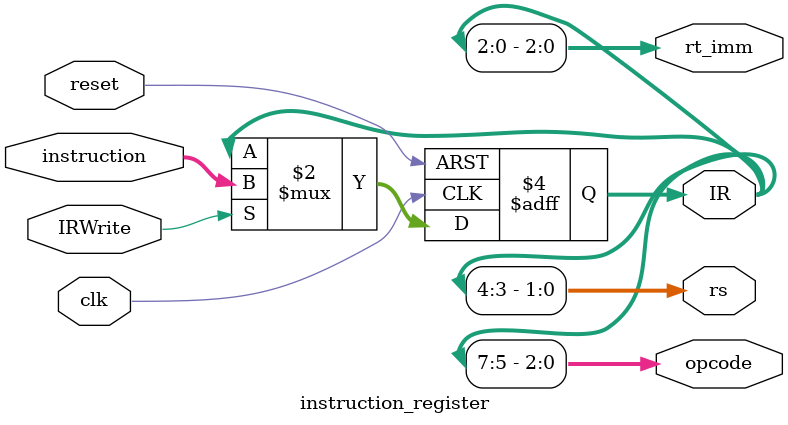
<source format=v>

module instruction_register (
    input wire clk,                 // System clock
    input wire reset,               // Asynchronous reset
    input wire IRWrite,             // IR write enable from Control Unit
    input wire [7:0] instruction,   // Instruction from memory
    
    output reg [7:0] IR,            // Full instruction
    output wire [2:0] opcode,       // Opcode field (bits 7-5)
    output wire [1:0] rs,           // Source register / Destination (bits 4-3)
    output wire [2:0] rt_imm        // Second register / Immediate (bits 2-0)
);

    //--------------------------------------------------------------------------
    // Instruction Register
    // Stores the current instruction being executed
    //--------------------------------------------------------------------------
    always @(posedge clk or posedge reset) begin
        if (reset) begin
            IR <= 8'b0;
        end else if (IRWrite) begin
            IR <= instruction;
        end
        // Else: IR holds its current value
    end

    //--------------------------------------------------------------------------
    // Instruction Field Extraction
    // Instruction Format: [OPCODE(3)][RS/RD(2)][RT/IMM(3)]
    //--------------------------------------------------------------------------
    assign opcode  = IR[7:5];       // Operation code
    assign rs      = IR[4:3];       // Source/Destination register
    assign rt_imm  = IR[2:0];       // Second register or Immediate value

endmodule

</source>
